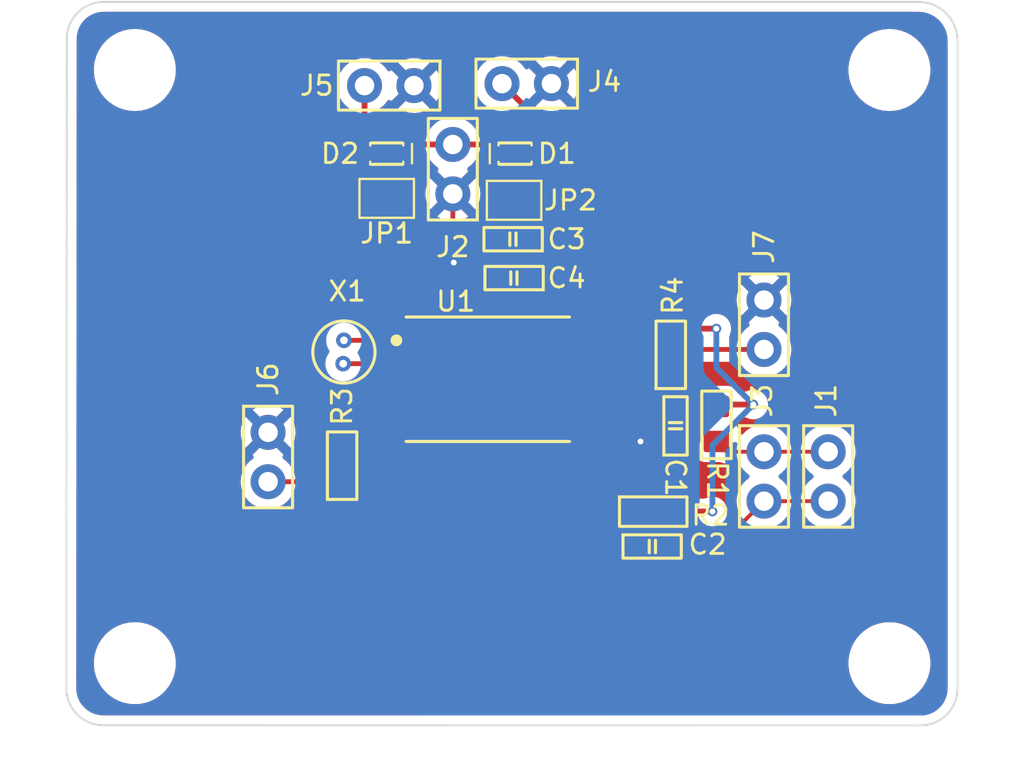
<source format=kicad_pcb>
(kicad_pcb (version 20211014) (generator pcbnew)
  (layers (0 "F.Cu" signal) (31 "B.Cu" signal) (34 "B.Paste" user) (35 "F.Paste" user) (36 "B.SilkS" user "B.Silkscreen") (37 "F.SilkS" user "F.Silkscreen") (38 "B.Mask" user) (39 "F.Mask" user) (44 "Edge.Cuts" user))
  (net 0 "")
  (net 1 "GND")
  (net 2 "/I2C_SCL")
  (net 3 "/I2C_SDA")
  (net 4 "VDD")
  (net 5 "+5V")
  (net 6 "+BATT")
  (net 7 "/CLKOUT")
  (net 8 "/CLKI")
  (net 9 "/CLKO")
  (net 10 "/~{INT}")
  (footprint "workshop_footprints:D0603" (layer "F.Cu") (at 120.65 77.8)
    (fp_text reference "D2" (at -2.4 0 unlocked) (layer "F.SilkS"))
    (fp_text value "D")
    (fp_line (start 1.3 -0.5) (end 1.3 0.5) (layer "F.SilkS") (width 0.12))
    (fp_line (start 0.85 -0.55) (end 0.85 -0.42) (layer "F.SilkS") (width 0.12))
    (fp_line (start 0.8 -0.55) (end -0.8 -0.55) (layer "F.SilkS") (width 0.16))
    (fp_line (start -0.85 0.42) (end -0.85 0.56) (layer "F.SilkS") (width 0.12))
    (fp_line (start -0.85 -0.55) (end -0.85 -0.41) (layer "F.SilkS") (width 0.12))
    (fp_line (start 0.85 0.42) (end 0.85 0.56) (layer "F.SilkS") (width 0.12))
    (fp_line (start 0.8 0.55) (end -0.8 0.55) (layer "F.SilkS") (width 0.16))
    (pad "1" smd roundrect (at -0.8 0) (size 0.7 0.7) (layers "F.Cu" "F.Paste" "F.Mask") (roundrect_rratio 0.1) (net 6 "+BATT"))
    (pad "2" smd roundrect (at 0.8 0) (size 0.7 0.7) (layers "F.Cu" "F.Paste" "F.Mask") (roundrect_rratio 0.1) (net 4 "VDD"))
  )
  (footprint "footprints:MountingHole_3.2mm_M3" (layer "F.Cu") (at 146.5 73.5)
    (fp_text reference "H2" hide)
    (fp_text value "MountingHole_Pad")
    (pad "" np_thru_hole circle (at 0 0) (size 3.2 3.2) (drill 3.2) (layers *.Cu *.Mask))
  )
  (footprint "footprints:MountingHole_3.2mm_M3" (layer "F.Cu") (at 107.7 73.5)
    (fp_text reference "H1" hide)
    (fp_text value "MountingHole_Pad")
    (pad "" np_thru_hole circle (at 0 0) (size 3.2 3.2) (drill 3.2) (layers *.Cu *.Mask))
  )
  (footprint "workshop_footprints:CONN_2P" (layer "F.Cu") (at 114.55 93.4 90)
    (fp_text reference "J6" (at 4 0 90 unlocked) (layer "F.SilkS"))
    (fp_text value "CONN_2P")
    (fp_rect (start 2.61 -1.26) (end -2.61 1.26) (layer "F.SilkS") (width 0.16) (fill none))
    (pad "1" thru_hole circle (at -1.27 0 90) (size 1.8 1.8) (drill 1) (layers *.Cu *.Mask) (net 10 "/~{INT}"))
    (pad "2" thru_hole circle (at 1.27 0 90) (size 1.8 1.8) (drill 1) (layers *.Cu *.Mask) (net 1 "GND"))
  )
  (footprint "workshop_footprints:CRYSTAL_DT38" (layer "F.Cu") (at 118.45 88 -90)
    (fp_text reference "X1" (at -3.12 -0.17 unlocked) (layer "F.SilkS"))
    (fp_text value "32.768 kHz")
    (fp_circle (center 0 0) (end 1.6 0) (layer "F.SilkS") (width 0.16) (fill none))
    (pad "1" thru_hole circle (at -0.6 0 270) (size 0.8 0.8) (drill 0.4) (layers *.Cu *.Mask) (net 8 "/CLKI"))
    (pad "2" thru_hole circle (at 0.6 0.04 270) (size 0.8 0.8) (drill 0.4) (layers *.Cu *.Mask) (net 9 "/CLKO"))
  )
  (footprint "workshop_footprints:R0603" (layer "F.Cu") (at 135.25 88.1 90)
    (fp_text reference "R4" (at 3 0.1 90 unlocked) (layer "F.SilkS"))
    (fp_text value "2.2k")
    (fp_rect (start -1.78 -0.75) (end 1.69 0.765) (layer "F.SilkS") (width 0.16) (fill none))
    (pad "1" smd roundrect (at -0.9 0 90) (size 1.1 1.3) (layers "F.Cu" "F.Paste" "F.Mask") (roundrect_rratio 0.1) (net 7 "/CLKOUT"))
    (pad "2" smd roundrect (at 0.9 0 270) (size 1.1 1.3) (layers "F.Cu" "F.Paste" "F.Mask") (roundrect_rratio 0.1) (net 4 "VDD"))
  )
  (footprint "workshop_footprints:C0603" (layer "F.Cu") (at 135.5 91.8 90)
    (fp_text reference "C1" (at -2.65 0 -90 unlocked) (layer "F.SilkS"))
    (fp_text value "10pF 1%")
    (fp_line (start 0.17 -0.32) (end 0.17 0.32) (layer "F.SilkS") (width 0.16))
    (fp_line (start -0.15 -0.32) (end -0.15 0.32) (layer "F.SilkS") (width 0.16))
    (fp_rect (start -1.5 -0.6) (end 1.5 0.6) (layer "F.SilkS") (width 0.16) (fill none))
    (pad "1" smd roundrect (at -0.85 0 90) (size 1 0.8) (layers "F.Cu" "F.Paste" "F.Mask") (roundrect_rratio 0.1) (net 1 "GND"))
    (pad "2" smd roundrect (at 0.85 0 90) (size 1 0.8) (layers "F.Cu" "F.Paste" "F.Mask") (roundrect_rratio 0.1) (net 2 "/I2C_SCL"))
  )
  (footprint "workshop_footprints:PCF8563_SO8" (layer "F.Cu") (at 125.85 89.4 -90)
    (fp_text reference "U1" (at -4 1.65 unlocked) (layer "F.SilkS"))
    (fp_text value "PCF8563")
    (fp_line (start 3.2 4.2) (end 3.2 -4.2) (layer "F.SilkS") (width 0.16))
    (fp_line (start -3.2 4.2) (end -3.2 -4.2) (layer "F.SilkS") (width 0.16))
    (fp_circle (center -2 4.7) (end -1.776393 4.7) (layer "F.SilkS") (width 0.16) (fill solid))
    (pad "1" smd roundrect (at -1.96 3.5 270) (size 0.6 1.5) (layers "F.Cu" "F.Paste" "F.Mask") (roundrect_rratio 0.1) (net 8 "/CLKI"))
    (pad "2" smd roundrect (at -0.635 3.5 270) (size 0.6 1.5) (layers "F.Cu" "F.Paste" "F.Mask") (roundrect_rratio 0.1) (net 9 "/CLKO"))
    (pad "3" smd roundrect (at 0.635 3.5 270) (size 0.6 1.5) (layers "F.Cu" "F.Paste" "F.Mask") (roundrect_rratio 0.1) (net 10 "/~{INT}"))
    (pad "4" smd roundrect (at 1.905 3.5 270) (size 0.6 1.5) (layers "F.Cu" "F.Paste" "F.Mask") (roundrect_rratio 0.1) (net 1 "GND"))
    (pad "5" smd roundrect (at 1.905 -3.5 270) (size 0.6 1.5) (layers "F.Cu" "F.Paste" "F.Mask") (roundrect_rratio 0.1) (net 3 "/I2C_SDA"))
    (pad "6" smd roundrect (at 0.635 -3.5 270) (size 0.6 1.5) (layers "F.Cu" "F.Paste" "F.Mask") (roundrect_rratio 0.1) (net 2 "/I2C_SCL"))
    (pad "7" smd roundrect (at -0.635 -3.5 270) (size 0.6 1.5) (layers "F.Cu" "F.Paste" "F.Mask") (roundrect_rratio 0.1) (net 7 "/CLKOUT"))
    (pad "8" smd roundrect (at -1.96 -3.5 270) (size 0.6 1.5) (layers "F.Cu" "F.Paste" "F.Mask") (roundrect_rratio 0.1) (net 4 "VDD"))
  )
  (footprint "workshop_footprints:CONN_2P" (layer "F.Cu") (at 120.78 74.3)
    (fp_text reference "J5" (at -3.73 0 unlocked) (layer "F.SilkS"))
    (fp_text value "CONN_2P")
    (fp_rect (start 2.61 -1.26) (end -2.61 1.26) (layer "F.SilkS") (width 0.16) (fill none))
    (pad "1" thru_hole circle (at -1.27 0) (size 1.8 1.8) (drill 1) (layers *.Cu *.Mask) (net 6 "+BATT"))
    (pad "2" thru_hole circle (at 1.27 0) (size 1.8 1.8) (drill 1) (layers *.Cu *.Mask) (net 1 "GND"))
  )
  (footprint "Jumper:SolderJumper-2_P1.3mm_Bridged2Bar_Pad1.0x1.5mm" (layer "F.Cu") (at 127.2 80.2)
    (fp_text reference "JP2" (at 2.9 0 180) (layer "F.SilkS"))
    (fp_text value "SolderJumper_2_Open")
    (fp_poly (pts (xy -0.25 0.2) (xy 0.25 0.2) (xy 0.25 0.6) (xy -0.25 0.6)) (layer "F.Cu") (width 0) (fill solid))
    (fp_poly (pts (xy -0.25 -0.6) (xy 0.25 -0.6) (xy 0.25 -0.2) (xy -0.25 -0.2)) (layer "F.Cu") (width 0) (fill solid))
    (fp_line (start 1.4 -1) (end 1.4 1) (layer "F.SilkS") (width 0.12))
    (fp_line (start -1.4 1) (end -1.4 -1) (layer "F.SilkS") (width 0.12))
    (fp_line (start -1.4 -1) (end 1.4 -1) (layer "F.SilkS") (width 0.12))
    (fp_line (start 1.4 1) (end -1.4 1) (layer "F.SilkS") (width 0.12))
    (pad "1" smd rect (at -0.65 0) (size 1 1.5) (layers "F.Cu" "F.Mask") (net 4 "VDD"))
    (pad "2" smd rect (at 0.65 0) (size 1 1.5) (layers "F.Cu" "F.Mask") (net 5 "+5V"))
  )
  (footprint "workshop_footprints:CONN_2P" (layer "F.Cu") (at 124.05 78.6 -90)
    (fp_text reference "J2" (at 4 0 unlocked) (layer "F.SilkS"))
    (fp_text value "CONN_2P")
    (fp_rect (start 2.61 -1.26) (end -2.61 1.26) (layer "F.SilkS") (width 0.16) (fill none))
    (pad "1" thru_hole circle (at -1.27 0 270) (size 1.8 1.8) (drill 1) (layers *.Cu *.Mask) (net 4 "VDD"))
    (pad "2" thru_hole circle (at 1.27 0 270) (size 1.8 1.8) (drill 1) (layers *.Cu *.Mask) (net 1 "GND"))
  )
  (footprint "workshop_footprints:R0603" (layer "F.Cu") (at 137.6 91.7 90)
    (fp_text reference "R1" (at -2.9 0.05 270 unlocked) (layer "F.SilkS"))
    (fp_text value "2.2k")
    (fp_rect (start -1.78 -0.75) (end 1.69 0.765) (layer "F.SilkS") (width 0.16) (fill none))
    (pad "1" smd roundrect (at -0.9 0 90) (size 1.1 1.3) (layers "F.Cu" "F.Paste" "F.Mask") (roundrect_rratio 0.1) (net 2 "/I2C_SCL"))
    (pad "2" smd roundrect (at 0.9 0 270) (size 1.1 1.3) (layers "F.Cu" "F.Paste" "F.Mask") (roundrect_rratio 0.1) (net 4 "VDD"))
  )
  (footprint "Jumper:SolderJumper-2_P1.3mm_Bridged2Bar_Pad1.0x1.5mm" (layer "F.Cu") (at 120.65 80.1 180)
    (fp_text reference "JP1" (at 0 -1.8) (layer "F.SilkS"))
    (fp_text value "SolderJumper_2_Open")
    (fp_poly (pts (xy -0.25 -0.6) (xy 0.25 -0.6) (xy 0.25 -0.2) (xy -0.25 -0.2)) (layer "F.Cu") (width 0) (fill solid))
    (fp_poly (pts (xy -0.25 0.2) (xy 0.25 0.2) (xy 0.25 0.6) (xy -0.25 0.6)) (layer "F.Cu") (width 0) (fill solid))
    (fp_line (start 1.4 -1) (end 1.4 1) (layer "F.SilkS") (width 0.12))
    (fp_line (start 1.4 1) (end -1.4 1) (layer "F.SilkS") (width 0.12))
    (fp_line (start -1.4 -1) (end 1.4 -1) (layer "F.SilkS") (width 0.12))
    (fp_line (start -1.4 1) (end -1.4 -1) (layer "F.SilkS") (width 0.12))
    (pad "1" smd rect (at -0.65 0 180) (size 1 1.5) (layers "F.Cu" "F.Mask") (net 4 "VDD"))
    (pad "2" smd rect (at 0.65 0 180) (size 1 1.5) (layers "F.Cu" "F.Mask") (net 6 "+BATT"))
  )
  (footprint "footprints:MountingHole_3.2mm_M3" (layer "F.Cu") (at 107.7 104)
    (fp_text reference "H3" hide)
    (fp_text value "MountingHole_Pad")
    (pad "" np_thru_hole circle (at 0 0) (size 3.2 3.2) (drill 3.2) (layers *.Cu *.Mask))
  )
  (footprint "workshop_footprints:R0603" (layer "F.Cu") (at 118.35 93.8 90)
    (fp_text reference "R3" (at 3 0 90 unlocked) (layer "F.SilkS"))
    (fp_text value "2.2k")
    (fp_rect (start -1.78 -0.75) (end 1.69 0.765) (layer "F.SilkS") (width 0.16) (fill none))
    (pad "1" smd roundrect (at -0.9 0 90) (size 1.1 1.3) (layers "F.Cu" "F.Paste" "F.Mask") (roundrect_rratio 0.1) (net 10 "/~{INT}"))
    (pad "2" smd roundrect (at 0.9 0 270) (size 1.1 1.3) (layers "F.Cu" "F.Paste" "F.Mask") (roundrect_rratio 0.1) (net 4 "VDD"))
  )
  (footprint "workshop_footprints:CONN_2P" (layer "F.Cu") (at 143.35 94.4 90)
    (fp_text reference "J1" (at 3.9 -0.1 90 unlocked) (layer "F.SilkS"))
    (fp_text value "CONN_2P")
    (fp_rect (start 2.61 -1.26) (end -2.61 1.26) (layer "F.SilkS") (width 0.16) (fill none))
    (pad "1" thru_hole circle (at -1.27 0 90) (size 1.8 1.8) (drill 1) (layers *.Cu *.Mask) (net 3 "/I2C_SDA"))
    (pad "2" thru_hole circle (at 1.27 0 90) (size 1.8 1.8) (drill 1) (layers *.Cu *.Mask) (net 2 "/I2C_SCL"))
  )
  (footprint "Fiducial:Fiducial_0.5mm_Mask1.5mm" (layer "F.Cu") (at 116.55 101.4)
    (fp_text reference "FID2" hide)
    (fp_text value "Fiducial")
    (pad "" smd circle (at 0 0) (size 0.5 0.5) (layers "F.Cu" "F.Mask") (clearance 0.5))
  )
  (footprint "footprints:MountingHole_3.2mm_M3" (layer "F.Cu") (at 146.5 104)
    (fp_text reference "H4" hide)
    (fp_text value "MountingHole_Pad")
    (pad "" np_thru_hole circle (at 0 0) (size 3.2 3.2) (drill 3.2) (layers *.Cu *.Mask))
  )
  (footprint "workshop_footprints:CONN_2P" (layer "F.Cu") (at 127.85 74.2)
    (fp_text reference "J4" (at 4 -0.1 unlocked) (layer "F.SilkS"))
    (fp_text value "CONN_2P")
    (fp_rect (start 2.61 -1.26) (end -2.61 1.26) (layer "F.SilkS") (width 0.16) (fill none))
    (pad "1" thru_hole circle (at -1.27 0) (size 1.8 1.8) (drill 1) (layers *.Cu *.Mask) (net 5 "+5V"))
    (pad "2" thru_hole circle (at 1.27 0) (size 1.8 1.8) (drill 1) (layers *.Cu *.Mask) (net 1 "GND"))
  )
  (footprint "Fiducial:Fiducial_0.5mm_Mask1.5mm" (layer "F.Cu") (at 140.85 78.4)
    (fp_text reference "FID3" hide)
    (fp_text value "Fiducial")
    (pad "" smd circle (at 0 0) (size 0.5 0.5) (layers "F.Cu" "F.Mask") (clearance 0.5))
  )
  (footprint "Fiducial:Fiducial_0.5mm_Mask1.5mm" (layer "F.Cu") (at 141.05 101.6)
    (fp_text reference "FID1" hide)
    (fp_text value "Fiducial")
    (pad "" smd circle (at 0 0) (size 0.5 0.5) (layers "F.Cu" "F.Mask") (clearance 0.5))
  )
  (footprint "workshop_footprints:D0603" (layer "F.Cu") (at 127.25 77.8 180)
    (fp_text reference "D1" (at -2.15 0 unlocked) (layer "F.SilkS"))
    (fp_text value "D")
    (fp_line (start -0.85 0.42) (end -0.85 0.56) (layer "F.SilkS") (width 0.12))
    (fp_line (start 0.85 0.42) (end 0.85 0.56) (layer "F.SilkS") (width 0.12))
    (fp_line (start 0.8 0.55) (end -0.8 0.55) (layer "F.SilkS") (width 0.16))
    (fp_line (start 0.8 -0.55) (end -0.8 -0.55) (layer "F.SilkS") (width 0.16))
    (fp_line (start -0.85 -0.55) (end -0.85 -0.41) (layer "F.SilkS") (width 0.12))
    (fp_line (start 0.85 -0.55) (end 0.85 -0.42) (layer "F.SilkS") (width 0.12))
    (fp_line (start 1.3 -0.5) (end 1.3 0.5) (layer "F.SilkS") (width 0.12))
    (pad "1" smd roundrect (at -0.8 0 180) (size 0.7 0.7) (layers "F.Cu" "F.Paste" "F.Mask") (roundrect_rratio 0.1) (net 5 "+5V"))
    (pad "2" smd roundrect (at 0.8 0 180) (size 0.7 0.7) (layers "F.Cu" "F.Paste" "F.Mask") (roundrect_rratio 0.1) (net 4 "VDD"))
  )
  (footprint "workshop_footprints:CONN_2P" (layer "F.Cu") (at 140.05 94.4 90)
    (fp_text reference "J3" (at 3.9 -0.1 90 unlocked) (layer "F.SilkS"))
    (fp_text value "CONN_2P")
    (fp_rect (start 2.61 -1.26) (end -2.61 1.26) (layer "F.SilkS") (width 0.16) (fill none))
    (pad "1" thru_hole circle (at -1.27 0 90) (size 1.8 1.8) (drill 1) (layers *.Cu *.Mask) (net 3 "/I2C_SDA"))
    (pad "2" thru_hole circle (at 1.27 0 90) (size 1.8 1.8) (drill 1) (layers *.Cu *.Mask) (net 2 "/I2C_SCL"))
  )
  (footprint "workshop_footprints:C0603" (layer "F.Cu") (at 127.15 82.2 180)
    (fp_text reference "C3" (at -2.75 0 unlocked) (layer "F.SilkS"))
    (fp_text value "100nF")
    (fp_line (start -0.15 -0.32) (end -0.15 0.32) (layer "F.SilkS") (width 0.16))
    (fp_line (start 0.17 -0.32) (end 0.17 0.32) (layer "F.SilkS") (width 0.16))
    (fp_rect (start -1.5 -0.6) (end 1.5 0.6) (layer "F.SilkS") (width 0.16) (fill none))
    (pad "1" smd roundrect (at -0.85 0 180) (size 1 0.8) (layers "F.Cu" "F.Paste" "F.Mask") (roundrect_rratio 0.1) (net 1 "GND"))
    (pad "2" smd roundrect (at 0.85 0 180) (size 1 0.8) (layers "F.Cu" "F.Paste" "F.Mask") (roundrect_rratio 0.1) (net 4 "VDD"))
  )
  (footprint "workshop_footprints:R0603" (layer "F.Cu") (at 134.4 96.2)
    (fp_text reference "R2" (at 2.9 0.2 unlocked) (layer "F.SilkS"))
    (fp_text value "2.2k")
    (fp_rect (start -1.78 -0.75) (end 1.69 0.765) (layer "F.SilkS") (width 0.16) (fill none))
    (pad "1" smd roundrect (at -0.9 0) (size 1.1 1.3) (layers "F.Cu" "F.Paste" "F.Mask") (roundrect_rratio 0.1) (net 3 "/I2C_SDA"))
    (pad "2" smd roundrect (at 0.9 0 180) (size 1.1 1.3) (layers "F.Cu" "F.Paste" "F.Mask") (roundrect_rratio 0.1) (net 4 "VDD"))
  )
  (footprint "workshop_footprints:C0603" (layer "F.Cu") (at 127.2 84.2 180)
    (fp_text reference "C4" (at -2.7 0 unlocked) (layer "F.SilkS"))
    (fp_text value "100nF")
    (fp_line (start -0.15 -0.32) (end -0.15 0.32) (layer "F.SilkS") (width 0.16))
    (fp_line (start 0.17 -0.32) (end 0.17 0.32) (layer "F.SilkS") (width 0.16))
    (fp_rect (start -1.5 -0.6) (end 1.5 0.6) (layer "F.SilkS") (width 0.16) (fill none))
    (pad "1" smd roundrect (at -0.85 0 180) (size 1 0.8) (layers "F.Cu" "F.Paste" "F.Mask") (roundrect_rratio 0.1) (net 1 "GND"))
    (pad "2" smd roundrect (at 0.85 0 180) (size 1 0.8) (layers "F.Cu" "F.Paste" "F.Mask") (roundrect_rratio 0.1) (net 4 "VDD"))
  )
  (footprint "workshop_footprints:CONN_2P" (layer "F.Cu") (at 140.05 86.6 90)
    (fp_text reference "J7" (at 4 0 90 unlocked) (layer "F.SilkS"))
    (fp_text value "CONN_2P")
    (fp_rect (start 2.61 -1.26) (end -2.61 1.26) (layer "F.SilkS") (width 0.16) (fill none))
    (pad "1" thru_hole circle (at -1.27 0 90) (size 1.8 1.8) (drill 1) (layers *.Cu *.Mask) (net 7 "/CLKOUT"))
    (pad "2" thru_hole circle (at 1.27 0 90) (size 1.8 1.8) (drill 1) (layers *.Cu *.Mask) (net 1 "GND"))
  )
  (footprint "workshop_footprints:C0603" (layer "F.Cu") (at 134.3 98)
    (fp_text reference "C2" (at 2.85 -0.1 unlocked) (layer "F.SilkS"))
    (fp_text value "10pF 1%")
    (fp_line (start 0.17 -0.32) (end 0.17 0.32) (layer "F.SilkS") (width 0.16))
    (fp_line (start -0.15 -0.32) (end -0.15 0.32) (layer "F.SilkS") (width 0.16))
    (fp_rect (start -1.5 -0.6) (end 1.5 0.6) (layer "F.SilkS") (width 0.16) (fill none))
    (pad "1" smd roundrect (at -0.85 0) (size 1 0.8) (layers "F.Cu" "F.Paste" "F.Mask") (roundrect_rratio 0.1) (net 1 "GND"))
    (pad "2" smd roundrect (at 0.85 0) (size 1 0.8) (layers "F.Cu" "F.Paste" "F.Mask") (roundrect_rratio 0.1) (net 3 "/I2C_SDA"))
  )
  (gr_arc (start 106.079131 107.192325) (mid 104.7 106.6) (end 104.179131 105.192325) (layer "Edge.Cuts") (width 0.1))
  (gr_arc (start 148 70) (mid 149.414214 70.585786) (end 150 72) (layer "Edge.Cuts") (width 0.1))
  (gr_line (start 104.2 71.9) (end 104.179131 105.192325) (layer "Edge.Cuts") (width 0.1))
  (gr_line (start 106.079131 107.192325) (end 148 107.2) (layer "Edge.Cuts") (width 0.1))
  (gr_line (start 148 70) (end 106.2 70) (layer "Edge.Cuts") (width 0.1))
  (gr_arc (start 104.2 71.9) (mid 104.792339 70.520883) (end 106.2 70) (layer "Edge.Cuts") (width 0.1))
  (gr_arc (start 150 105.3) (mid 149.407675 106.679131) (end 148 107.2) (layer "Edge.Cuts") (width 0.1))
  (gr_line (start 150 105.3) (end 150 72) (layer "Edge.Cuts") (width 0.1))
  (segment (start 133.75 92.65) (end 133.7 92.6) (width 0.25) (layer "F.Cu") (net 1))
  (segment (start 128.25 82.45) (end 128 82.2) (width 0.25) (layer "F.Cu") (net 1))
  (segment (start 135.5 92.65) (end 133.75 92.65) (width 0.25) (layer "F.Cu") (net 1))
  (segment (start 124.1 83.4) (end 124.05 83.35) (width 0.25) (layer "F.Cu") (net 1))
  (segment (start 124.05 83.35) (end 124.05 79.87) (width 0.25) (layer "F.Cu") (net 1))
  (via (at 133.7 92.6) (size 0.5) (drill 0.3) (layers "F.Cu" "B.Cu") (net 1))
  (via (at 124.1 83.4) (size 0.5) (drill 0.3) (layers "F.Cu" "B.Cu") (net 1))
  (segment (start 140.05 93.13) (end 143.35 93.13) (width 0.2) (layer "F.Cu") (net 2))
  (segment (start 135.45 91) (end 135.5 90.95) (width 0.2) (layer "F.Cu") (net 2))
  (segment (start 130.235 90.035) (end 131.2 91) (width 0.2) (layer "F.Cu") (net 2))
  (segment (start 135.5 90.95) (end 135.95 90.95) (width 0.2) (layer "F.Cu") (net 2))
  (segment (start 135.95 90.95) (end 137.6 92.6) (width 0.2) (layer "F.Cu") (net 2))
  (segment (start 138.13 93.13) (end 140.05 93.13) (width 0.2) (layer "F.Cu") (net 2))
  (segment (start 131.2 91) (end 135.45 91) (width 0.2) (layer "F.Cu") (net 2))
  (segment (start 137.6 92.6) (end 138.13 93.13) (width 0.2) (layer "F.Cu") (net 2))
  (segment (start 129.35 90.035) (end 130.235 90.035) (width 0.2) (layer "F.Cu") (net 2))
  (segment (start 133.5 96.2) (end 135.15 97.85) (width 0.2) (layer "F.Cu") (net 3))
  (segment (start 135.15 98) (end 137.72 98) (width 0.2) (layer "F.Cu") (net 3))
  (segment (start 129.35 91.305) (end 133.5 95.455) (width 0.2) (layer "F.Cu") (net 3))
  (segment (start 135.15 97.85) (end 135.15 98) (width 0.2) (layer "F.Cu") (net 3))
  (segment (start 143.35 95.67) (end 140.05 95.67) (width 0.2) (layer "F.Cu") (net 3))
  (segment (start 130.205 91.305) (end 129.35 91.305) (width 0.2) (layer "F.Cu") (net 3))
  (segment (start 137.72 98) (end 140.05 95.67) (width 0.2) (layer "F.Cu") (net 3))
  (segment (start 133.5 95.455) (end 133.5 96.2) (width 0.2) (layer "F.Cu") (net 3))
  (segment (start 139.5 90.7) (end 139.4 90.7) (width 0.3) (layer "F.Cu") (net 4))
  (segment (start 137.6 86.8) (end 135.65 86.8) (width 0.3) (layer "F.Cu") (net 4))
  (segment (start 135.65 86.8) (end 135.25 87.2) (width 0.3) (layer "F.Cu") (net 4))
  (segment (start 125.98 77.33) (end 126.45 77.8) (width 0.3) (layer "F.Cu") (net 4))
  (segment (start 135.3 96.2) (end 137.4 96.2) (width 0.3) (layer "F.Cu") (net 4))
  (segment (start 126.55 81.95) (end 126.3 82.2) (width 0.3) (layer "F.Cu") (net 4))
  (segment (start 124.05 77.33) (end 125.98 77.33) (width 0.3) (layer "F.Cu") (net 4))
  (segment (start 126.55 84.64) (end 129.35 87.44) (width 0.3) (layer "F.Cu") (net 4))
  (segment (start 126.55 84.2) (end 126.55 84.64) (width 0.3) (layer "F.Cu") (net 4))
  (segment (start 135.01 87.44) (end 135.25 87.2) (width 0.3) (layer "F.Cu") (net 4))
  (segment (start 139.5 90.7) (end 137.7 90.7) (width 0.3) (layer "F.Cu") (net 4))
  (segment (start 121.3 77.95) (end 121.45 77.8) (width 0.3) (layer "F.Cu") (net 4))
  (segment (start 116.7 83.8) (end 118.6 81.9) (width 0.3) (layer "F.Cu") (net 4))
  (segment (start 120.9 81.9) (end 121.3 81.5) (width 0.3) (layer "F.Cu") (net 4))
  (segment (start 126.45 80.1) (end 126.55 80.2) (width 0.3) (layer "F.Cu") (net 4))
  (segment (start 126.3 82.2) (end 126.3 83.95) (width 0.3) (layer "F.Cu") (net 4))
  (segment (start 118.6 81.9) (end 120.9 81.9) (width 0.3) (layer "F.Cu") (net 4))
  (segment (start 124.05 77.33) (end 121.92 77.33) (width 0.3) (layer "F.Cu") (net 4))
  (segment (start 121.3 80.1) (end 121.3 77.95) (width 0.3) (layer "F.Cu") (net 4))
  (segment (start 118.35 92.9) (end 116.7 91.25) (width 0.3) (layer "F.Cu") (net 4))
  (segment (start 121.3 81.5) (end 121.3 80.1) (width 0.3) (layer "F.Cu") (net 4))
  (segment (start 137.7 90.7) (end 137.6 90.8) (width 0.3) (layer "F.Cu") (net 4))
  (segment (start 116.7 91.25) (end 116.7 83.8) (width 0.3) (layer "F.Cu") (net 4))
  (segment (start 121.92 77.33) (end 121.45 77.8) (width 0.3) (layer "F.Cu") (net 4))
  (segment (start 126.3 83.95) (end 126.55 84.2) (width 0.3) (layer "F.Cu") (net 4))
  (segment (start 126.45 77.8) (end 126.45 80.1) (width 0.3) (layer "F.Cu") (net 4))
  (segment (start 126.55 80.2) (end 126.55 81.95) (width 0.3) (layer "F.Cu") (net 4))
  (segment (start 129.35 87.44) (end 135.01 87.44) (width 0.3) (layer "F.Cu") (net 4))
  (via (at 139.5 90.7) (size 0.5) (drill 0.3) (layers "F.Cu" "B.Cu") (net 4))
  (via (at 137.6 86.8) (size 0.5) (drill 0.3) (layers "F.Cu" "B.Cu") (net 4))
  (via (at 137.4 96.2) (size 0.5) (drill 0.3) (layers "F.Cu" "B.Cu") (net 4))
  (segment (start 137.6 88.8) (end 137.6 86.8) (width 0.3) (layer "B.Cu") (net 4))
  (segment (start 139.5 90.7) (end 137.6 88.8) (width 0.3) (layer "B.Cu") (net 4))
  (segment (start 137.4 92.8) (end 139.5 90.7) (width 0.3) (layer "B.Cu") (net 4))
  (segment (start 137.4 96.2) (end 137.4 92.8) (width 0.3) (layer "B.Cu") (net 4))
  (segment (start 127.85 78) (end 128.05 77.8) (width 0.3) (layer "F.Cu") (net 5))
  (segment (start 128.05 77.8) (end 128.05 75.67) (width 0.3) (layer "F.Cu") (net 5))
  (segment (start 128.05 75.67) (end 126.58 74.2) (width 0.3) (layer "F.Cu") (net 5))
  (segment (start 127.85 80.2) (end 127.85 78) (width 0.3) (layer "F.Cu") (net 5))
  (segment (start 120 77.95) (end 119.85 77.8) (width 0.3) (layer "F.Cu") (net 6))
  (segment (start 119.85 77.8) (end 119.51 77.46) (width 0.3) (layer "F.Cu") (net 6))
  (segment (start 120 80.1) (end 120 77.95) (width 0.3) (layer "F.Cu") (net 6))
  (segment (start 119.51 77.46) (end 119.51 74.3) (width 0.3) (layer "F.Cu") (net 6))
  (segment (start 130.665 88.765) (end 129.35 88.765) (width 0.25) (layer "F.Cu") (net 7))
  (segment (start 134.47548 89.77452) (end 131.67452 89.77452) (width 0.25) (layer "F.Cu") (net 7))
  (segment (start 140.05 87.87) (end 136.38 87.87) (width 0.25) (layer "F.Cu") (net 7))
  (segment (start 135.25 89) (end 134.47548 89.77452) (width 0.25) (layer "F.Cu") (net 7))
  (segment (start 136.38 87.87) (end 135.25 89) (width 0.25) (layer "F.Cu") (net 7))
  (segment (start 131.67452 89.77452) (end 130.665 88.765) (width 0.25) (layer "F.Cu") (net 7))
  (segment (start 122.35 87.44) (end 122.31 87.4) (width 0.25) (layer "F.Cu") (net 8))
  (segment (start 122.31 87.4) (end 118.45 87.4) (width 0.25) (layer "F.Cu") (net 8))
  (segment (start 118.41 88.6) (end 122.185 88.6) (width 0.25) (layer "F.Cu") (net 9))
  (segment (start 122.185 88.6) (end 122.35 88.765) (width 0.25) (layer "F.Cu") (net 9))
  (segment (start 121.27548 91.77452) (end 121.27548 90.82452) (width 0.25) (layer "F.Cu") (net 10))
  (segment (start 118.35 94.7) (end 121.27548 91.77452) (width 0.25) (layer "F.Cu") (net 10))
  (segment (start 114.55 94.67) (end 118.32 94.67) (width 0.25) (layer "F.Cu") (net 10))
  (segment (start 118.32 94.67) (end 118.35 94.7) (width 0.25) (layer "F.Cu") (net 10))
  (segment (start 121.27548 90.82452) (end 122.065 90.035) (width 0.25) (layer "F.Cu") (net 10))
  (segment (start 122.065 90.035) (end 122.35 90.035) (width 0.25) (layer "F.Cu") (net 10))
  (zone (net 1) (net_name "GND") (layer "F.Cu") (connect_pads (clearance 0.508)) (min_thickness 0.254) (fill yes (thermal_gap 0.508) (thermal_bridge_width 0.508))
    (polygon (pts (xy 150 70) (xy 150 107.1) (xy 104.2 107.2) (xy 104.2 69.9)))
  )
  (zone (net 0) (net_name "") (layer "F.Cu") (connect_pads (clearance 0)) (min_thickness 0.254)
    (keepout (tracks not_allowed) (vias allowed) (pads allowed) (copperpour not_allowed) (footprints allowed))
    (fill (thermal_gap 0.508) (thermal_bridge_width 0.508))
    (polygon (pts (xy 121.5 89.4) (xy 117.4 89.4) (xy 117.4 86.4) (xy 121.5 86.4)))
  )
  (zone (net 1) (net_name "GND") (layer "B.Cu") (connect_pads (clearance 0.508)) (min_thickness 0.254) (fill yes (thermal_gap 0.508) (thermal_bridge_width 0.508))
    (polygon (pts (xy 150 107.2) (xy 104.3 107.2) (xy 104.2 70) (xy 150 70)))
  )
)
</source>
